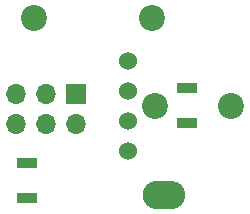
<source format=gbs>
G04 #@! TF.FileFunction,Soldermask,Bot*
%FSLAX46Y46*%
G04 Gerber Fmt 4.6, Leading zero omitted, Abs format (unit mm)*
G04 Created by KiCad (PCBNEW 4.0.6) date 11/10/17 02:40:48*
%MOMM*%
%LPD*%
G01*
G04 APERTURE LIST*
%ADD10C,0.100000*%
%ADD11C,1.524000*%
%ADD12C,2.200000*%
%ADD13O,3.600000X2.400000*%
%ADD14R,1.700000X1.700000*%
%ADD15O,1.700000X1.700000*%
%ADD16R,1.700000X0.900000*%
G04 APERTURE END LIST*
D10*
D11*
X97500000Y-40690000D03*
X97500000Y-43230000D03*
X97500000Y-45770000D03*
X97500000Y-48310000D03*
D12*
X99800000Y-44500000D03*
X106200000Y-44500000D03*
D13*
X100500000Y-52000000D03*
D14*
X93080000Y-43460000D03*
D15*
X93080000Y-46000000D03*
X90540000Y-43460000D03*
X90540000Y-46000000D03*
X88000000Y-43460000D03*
X88000000Y-46000000D03*
D12*
X99500000Y-37000000D03*
X89500000Y-37000000D03*
D16*
X102500000Y-45900000D03*
X102500000Y-43000000D03*
X88900000Y-52250000D03*
X88900000Y-49350000D03*
M02*

</source>
